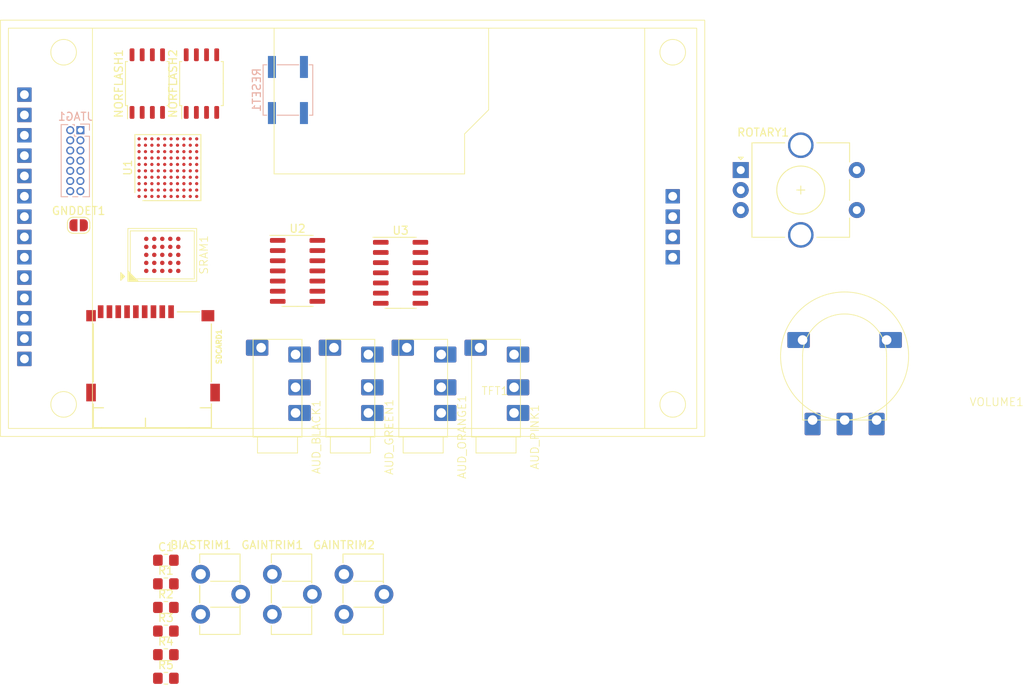
<source format=kicad_pcb>
(kicad_pcb (version 20221018) (generator pcbnew)
  (layers (0 "F.Cu" signal) (31 "B.Cu" signal) (34 "B.Paste" user) (35 "F.Paste" user) (36 "B.SilkS" user "B.Silkscreen") (37 "F.SilkS" user "F.Silkscreen") (38 "B.Mask" user) (39 "F.Mask" user) (44 "Edge.Cuts" user))
  (net 0 "")
  (net 5 "/GRN_R_AUD_OUT")
  (net 6 "GND")
  (net 7 "/GRN_AUD_IN_GND")
  (net 8 "/GRN_MIC_IN")
  (net 17 "/GND_DETECT")
  (net 20 "VDD")
  (net 21 "T_JTMS{slash}T_SWDIO")
  (net 22 "T_JCLK{slash}T_SWCLK")
  (net 23 "T_JTDO{slash}T_SWO")
  (net 24 "T_JRCLK")
  (net 25 "T_JTDI{slash}NC")
  (net 26 "T_NRST")
  (net 27 "T_VCP_RX")
  (net 28 "T_VCP_TX")
  (net 45 "NRST")
  (net 179 "Net-(U2A-INA-)")
  (net 180 "Net-(U2A-INA+)")
  (net 181 "Net-(GAINTRIM1-Pad3)")
  (net 182 "/GRN_L_AUD_OUT")
  (net 194 "+3.3V")
  (net 198 "/mic_aud_conditioning_grn/mic_grn_postamp")
  (net 205 "+BATT")
  (footprint "Resistor_SMD:R_0805_2012Metric_Pad1.20x1.40mm_HandSolder" (layer "F.Cu") (at 126.25 116.05)
    (fp_text reference "R2" (at 0 -1.65) (layer "F.SilkS"))
    (fp_text value "10k")
    (pad "1" smd roundrect (at -1 0) (size 1.2 1.4) (layers "F.Cu" "F.Paste" "F.Mask") (roundrect_rratio 0.208333) (net 180 "Net-(U2A-INA+)"))
    (pad "2" smd roundrect (at 1 0) (size 1.2 1.4) (layers "F.Cu" "F.Paste" "F.Mask") (roundrect_rratio 0.208333) (net 194 "+3.3V"))
  )
  (footprint "Resistor_SMD:R_0805_2012Metric_Pad1.20x1.40mm_HandSolder" (layer "F.Cu") (at 126.25 110.15)
    (fp_text reference "C1" (at 0 -1.65) (layer "F.SilkS"))
    (fp_text value "10u")
    (pad "1" smd roundrect (at -1 0) (size 1.2 1.4) (layers "F.Cu" "F.Paste" "F.Mask") (roundrect_rratio 0.208333) (net 8 "/GRN_MIC_IN"))
    (pad "2" smd roundrect (at 1 0) (size 1.2 1.4) (layers "F.Cu" "F.Paste" "F.Mask") (roundrect_rratio 0.208333) (net 180 "Net-(U2A-INA+)"))
  )
  (footprint "rtospod_footprints:TFBGA-24-P1.0" (layer "F.Cu") (at 125.8 72 90)
    (fp_text reference "SRAM1" (at 0 5.2 90 unlocked) (layer "F.SilkS") (effects (font (thickness 0.1))))
    (fp_text value "~")
    (pad "A1" smd circle (at -2 -2 90) (size 0.55 0.55) (layers "F.Cu" "F.Paste" "F.Mask"))
    (pad "A2" smd circle (at -1 -2 90) (size 0.55 0.55) (layers "F.Cu" "F.Paste" "F.Mask"))
    (pad "A3" smd circle (at 0 -2 90) (size 0.55 0.55) (layers "F.Cu" "F.Paste" "F.Mask"))
    (pad "A4" smd circle (at 1 -2 90) (size 0.55 0.55) (layers "F.Cu" "F.Paste" "F.Mask"))
    (pad "A5" smd circle (at 2 -2 90) (size 0.55 0.55) (layers "F.Cu" "F.Paste" "F.Mask"))
    (pad "B1" smd circle (at -2 -1 90) (size 0.55 0.55) (layers "F.Cu" "F.Paste" "F.Mask"))
    (pad "B2" smd circle (at -1 -1 90) (size 0.55 0.55) (layers "F.Cu" "F.Paste" "F.Mask"))
    (pad "B3" smd circle (at 0 -1 90) (size 0.55 0.55) (layers "F.Cu" "F.Paste" "F.Mask"))
    (pad "B4" smd circle (at 1 -1 90) (size 0.55 0.55) (layers "F.Cu" "F.Paste" "F.Mask"))
    (pad "B5" smd circle (at 2 -1 90) (size 0.55 0.55) (layers "F.Cu" "F.Paste" "F.Mask"))
    (pad "C1" smd circle (at -2 0 90) (size 0.55 0.55) (layers "F.Cu" "F.Paste" "F.Mask"))
    (pad "C2" smd circle (at -1 0 90) (size 0.55 0.55) (layers "F.Cu" "F.Paste" "F.Mask"))
    (pad "C3" smd circle (at 0 0 90) (size 0.55 0.55) (layers "F.Cu" "F.Paste" "F.Mask"))
    (pad "C4" smd circle (at 1 0 90) (size 0.55 0.55) (layers "F.Cu" "F.Paste" "F.Mask"))
    (pad "C5" smd circle (at 2 0 90) (size 0.55 0.55) (layers "F.Cu" "F.Paste" "F.Mask"))
    (pad "D1" smd circle (at -2 1 90) (size 0.55 0.55) (layers "F.Cu" "F.Paste" "F.Mask"))
    (pad "D2" smd circle (at -1 1 90) (size 0.55 0.55) (layers "F.Cu" "F.Paste" "F.Mask"))
    (pad "D3" smd circle (at 0 1 90) (size 0.55 0.55) (layers "F.Cu" "F.Paste" "F.Mask"))
    (pad "D4" smd circle (at 1 1 90) (size 0.55 0.55) (layers "F.Cu" "F.Paste" "F.Mask"))
    (pad "D5" smd circle (at 2 1 90) (size 0.55 0.55) (layers "F.Cu" "F.Paste" "F.Mask"))
    (pad "E1" smd circle (at -2 2 90) (size 0.55 0.55) (layers "F.Cu" "F.Paste" "F.Mask"))
    (pad "E2" smd circle (at -1 2 90) (size 0.55 0.55) (layers "F.Cu" "F.Paste" "F.Mask"))
    (pad "E3" smd circle (at 0 2 90) (size 0.55 0.55) (layers "F.Cu" "F.Paste" "F.Mask"))
    (pad "E4" smd circle (at 1 2 90) (size 0.55 0.55) (layers "F.Cu" "F.Paste" "F.Mask"))
    (pad "E5" smd circle (at 2 2 90) (size 0.55 0.55) (layers "F.Cu" "F.Paste" "F.Mask"))
  )
  (footprint "Resistor_SMD:R_0805_2012Metric_Pad1.20x1.40mm_HandSolder" (layer "F.Cu") (at 126.25 119)
    (fp_text reference "R3" (at 0 -1.65) (layer "F.SilkS"))
    (fp_text value "10k")
    (pad "1" smd roundrect (at -1 0) (size 1.2 1.4) (layers "F.Cu" "F.Paste" "F.Mask") (roundrect_rratio 0.208333) (net 6 "GND"))
    (pad "2" smd roundrect (at 1 0) (size 1.2 1.4) (layers "F.Cu" "F.Paste" "F.Mask") (roundrect_rratio 0.208333) (net 180 "Net-(U2A-INA+)"))
  )
  (footprint "Package_BGA:TFBGA-100_8x8mm_Layout10x10_P0.8mm" (layer "F.Cu") (at 126.5 61.1 90)
    (fp_text reference "U1" (at 0 -5 90) (layer "F.SilkS"))
    (fp_text value "STM32G474VEHx")
    (pad "A1" smd circle (at -3.6 -3.6 90) (size 0.4 0.4) (layers "F.Cu" "F.Paste" "F.Mask"))
    (pad "A2" smd circle (at -2.8 -3.6 90) (size 0.4 0.4) (layers "F.Cu" "F.Paste" "F.Mask"))
    (pad "A3" smd circle (at -2 -3.6 90) (size 0.4 0.4) (layers "F.Cu" "F.Paste" "F.Mask"))
    (pad "A4" smd circle (at -1.2 -3.6 90) (size 0.4 0.4) (layers "F.Cu" "F.Paste" "F.Mask"))
    (pad "A5" smd circle (at -0.4 -3.6 90) (size 0.4 0.4) (layers "F.Cu" "F.Paste" "F.Mask") (net 23 "T_JTDO{slash}T_SWO"))
    (pad "A6" smd circle (at 0.4 -3.6 90) (size 0.4 0.4) (layers "F.Cu" "F.Paste" "F.Mask"))
    (pad "A7" smd circle (at 1.2 -3.6 90) (size 0.4 0.4) (layers "F.Cu" "F.Paste" "F.Mask"))
    (pad "A8" smd circle (at 2 -3.6 90) (size 0.4 0.4) (layers "F.Cu" "F.Paste" "F.Mask"))
    (pad "A9" smd circle (at 2.8 -3.6 90) (size 0.4 0.4) (layers "F.Cu" "F.Paste" "F.Mask"))
    (pad "A10" smd circle (at 3.6 -3.6 90) (size 0.4 0.4) (layers "F.Cu" "F.Paste" "F.Mask") (net 27 "T_VCP_RX"))
    (pad "B1" smd circle (at -3.6 -2.8 90) (size 0.4 0.4) (layers "F.Cu" "F.Paste" "F.Mask"))
    (pad "B2" smd circle (at -2.8 -2.8 90) (size 0.4 0.4) (layers "F.Cu" "F.Paste" "F.Mask"))
    (pad "B3" smd circle (at -2 -2.8 90) (size 0.4 0.4) (layers "F.Cu" "F.Paste" "F.Mask"))
    (pad "B4" smd circle (at -1.2 -2.8 90) (size 0.4 0.4) (layers "F.Cu" "F.Paste" "F.Mask"))
    (pad "B5" smd circle (at -0.4 -2.8 90) (size 0.4 0.4) (layers "F.Cu" "F.Paste" "F.Mask"))
    (pad "B6" smd circle (at 0.4 -2.8 90) (size 0.4 0.4) (layers "F.Cu" "F.Paste" "F.Mask"))
    (pad "B7" smd circle (at 1.2 -2.8 90) (size 0.4 0.4) (layers "F.Cu" "F.Paste" "F.Mask") (net 28 "T_VCP_TX"))
    (pad "B8" smd circle (at 2 -2.8 90) (size 0.4 0.4) (layers "F.Cu" "F.Paste" "F.Mask"))
    (pad "B9" smd circle (at 2.8 -2.8 90) (size 0.4 0.4) (layers "F.Cu" "F.Paste" "F.Mask") (net 25 "T_JTDI{slash}NC"))
    (pad "B10" smd circle (at 3.6 -2.8 90) (size 0.4 0.4) (layers "F.Cu" "F.Paste" "F.Mask") (net 22 "T_JCLK{slash}T_SWCLK"))
    (pad "C1" smd circle (at -3.6 -2 90) (size 0.4 0.4) (layers "F.Cu" "F.Paste" "F.Mask"))
    (pad "C2" smd circle (at -2.8 -2 90) (size 0.4 0.4) (layers "F.Cu" "F.Paste" "F.Mask"))
    (pad "C3" smd circle (at -2 -2 90) (size 0.4 0.4) (layers "F.Cu" "F.Paste" "F.Mask"))
    (pad "C4" smd circle (at -1.2 -2 90) (size 0.4 0.4) (layers "F.Cu" "F.Paste" "F.Mask"))
    (pad "C5" smd circle (at -0.4 -2 90) (size 0.4 0.4) (layers "F.Cu" "F.Paste" "F.Mask") (net 26 "T_NRST"))
    (pad "C6" smd circle (at 0.4 -2 90) (size 0.4 0.4) (layers "F.Cu" "F.Paste" "F.Mask"))
    (pad "C7" smd circle (at 1.2 -2 90) (size 0.4 0.4) (layers "F.Cu" "F.Paste" "F.Mask"))
    (pad "C8" smd circle (at 2 -2 90) (size 0.4 0.4) (layers "F.Cu" "F.Paste" "F.Mask"))
    (pad "C9" smd circle (at 2.8 -2 90) (size 0.4 0.4) (layers "F.Cu" "F.Paste" "F.Mask"))
    (pad "C10" smd circle (at 3.6 -2 90) (size 0.4 0.4) (layers "F.Cu" "F.Paste" "F.Mask"))
    (pad "D1" smd circle (at -3.6 -1.2 90) (size 0.4 0.4) (layers "F.Cu" "F.Paste" "F.Mask"))
    (pad "D2" smd circle (at -2.8 -1.2 90) (size 0.4 0.4) (layers "F.Cu" "F.Paste" "F.Mask") (net 6 "GND"))
    (pad "D3" smd circle (at -2 -1.2 90) (size 0.4 0.4) (layers "F.Cu" "F.Paste" "F.Mask") (net 20 "VDD"))
    (pad "D4" smd circle (at -1.2 -1.2 90) (size 0.4 0.4) (layers "F.Cu" "F.Paste" "F.Mask"))
    (pad "D5" smd circle (at -0.4 -1.2 90) (size 0.4 0.4) (layers "F.Cu" "F.Paste" "F.Mask") (net 20 "VDD"))
    (pad "D6" smd circle (at 0.4 -1.2 90) (size 0.4 0.4) (layers "F.Cu" "F.Paste" "F.Mask") (net 6 "GND"))
    (pad "D7" smd circle (at 1.2 -1.2 90) (size 0.4 0.4) (layers "F.Cu" "F.Paste" "F.Mask") (net 20 "VDD"))
    (pad "D8" smd circle (at 2 -1.2 90) (size 0.4 0.4) (layers "F.Cu" "F.Paste" "F.Mask") (net 21 "T_JTMS{slash}T_SWDIO"))
    (pad "D9" smd circle (at 2.8 -1.2 90) (size 0.4 0.4) (layers "F.Cu" "F.Paste" "F.Mask"))
    (pad "D10" smd circle (at 3.6 -1.2 90) (size 0.4 0.4) (layers "F.Cu" "F.Paste" "F.Mask"))
    (pad "E1" smd circle (at -3.6 -0.4 90) (size 0.4 0.4) (layers "F.Cu" "F.Paste" "F.Mask"))
    (pad "E2" smd circle (at -2.8 -0.4 90) (size 0.4 0.4) (layers "F.Cu" "F.Paste" "F.Mask"))
    (pad "E3" smd circle (at -2 -0.4 90) (size 0.4 0.4) (layers "F.Cu" "F.Paste" "F.Mask"))
    (pad "E4" smd circle (at -1.2 -0.4 90) (size 0.4 0.4) (layers "F.Cu" "F.Paste" "F.Mask"))
    (pad "E5" smd circle (at -0.4 -0.4 90) (size 0.4 0.4) (layers "F.Cu" "F.Paste" "F.Mask") (net 6 "GND"))
    (pad "E6" smd circle (at 0.4 -0.4 90) (size 0.4 0.4) (layers "F.Cu" "F.Paste" "F.Mask") (net 6 "GND"))
    (pad "E7" smd circle (at 1.2 -0.4 90) (size 0.4 0.4) (layers "F.Cu" "F.Paste" "F.Mask") (net 6 "GND"))
    (pad "E8" smd circle (at 2 -0.4 90) (size 0.4 0.4) (layers "F.Cu" "F.Paste" "F.Mask"))
    (pad "E9" smd circle (at 2.8 -0.4 90) (size 0.4 0.4) (layers "F.Cu" "F.Paste" "F.Mask"))
    (pad "E10" smd circle (at 3.6 -0.4 90) (size 0.4 0.4) (layers "F.Cu" "F.Paste" "F.Mask"))
    (pad "F1" smd circle (at -3.6 0.4 90) (size 0.4 0.4) (layers "F.Cu" "F.Paste" "F.Mask"))
    (pad "F2" smd circle (at -2.8 0.4 90) (size 0.4 0.4) (layers "F.Cu" "F.Paste" "F.Mask"))
    (pad "F3" smd circle (at -2 0.4 90) (size 0.4 0.4) (layers "F.Cu" "F.Paste" "F.Mask") (net 45 "NRST"))
    (pad "F4" smd circle (at -1.2 0.4 90) (size 0.4 0.4) (layers "F.Cu" "F.Paste" "F.Mask"))
    (pad "F5" smd circle (at -0.4 0.4 90) (size 0.4 0.4) (layers "F.Cu" "F.Paste" "F.Mask") (net 20 "VDD"))
    (pad "F6" smd circle (at 0.4 0.4 90) (size 0.4 0.4) (layers "F.Cu" "F.Paste" "F.Mask") (net 6 "GND"))
    (pad "F7" smd circle (at 1.2 0.4 90) (size 0.4 0.4) (layers "F.Cu" "F.Paste" "F.Mask") (net 20 "VDD"))
    (pad "F8" smd circle (at 2 0.4 90) (size 0.4 0.4) (layers "F.Cu" "F.Paste" "F.Mask"))
    (pad "F9" smd circle (at 2.8 0.4 90) (size 0.4 0.4) (layers "F.Cu" "F.Paste" "F.Mask"))
    (pad "F10" smd circle (at 3.6 0.4 90) (size 0.4 0.4) (layers "F.Cu" "F.Paste" "F.Mask"))
    (pad "G1" smd circle (at -3.6 1.2 90) (size 0.4 0.4) (layers "F.Cu" "F.Paste" "F.Mask"))
    (pad "G2" smd circle (at -2.8 1.2 90) (size 0.4 0.4) (layers "F.Cu" "F.Paste" "F.Mask"))
    (pad "G3" smd circle (at -2 1.2 90) (size 0.4 0.4) (layers "F.Cu" "F.Paste" "F.Mask"))
    (pad "G4" smd circle (at -1.2 1.2 90) (size 0.4 0.4) (layers "F.Cu" "F.Paste" "F.Mask"))
    (pad "G5" smd circle (at -0.4 1.2 90) (size 0.4 0.4) (layers "F.Cu" "F.Paste" "F.Mask"))
    (pad "G6" smd circle (at 0.4 1.2 90) (size 0.4 0.4) (layers "F.Cu" "F.Paste" "F.Mask"))
    (pad "G7" smd circle (at 1.2 1.2 90) (size 0.4 0.4) (layers "F.Cu" "F.Paste" "F.Mask"))
    (pad "G8" smd circle (at 2 1.2 90) (size 0.4 0.4) (layers "F.Cu" "F.Paste" "F.Mask"))
    (pad "G9" smd circle (at 2.8 1.2 90) (size 0.4 0.4) (layers "F.Cu" "F.Paste" "F.Mask"))
    (pad "G10" smd circle (at 3.6 1.2 90) (size 0.4 0.4) (layers "F.Cu" "F.Paste" "F.Mask"))
    (pad "H1" smd circle (at -3.6 2 90) (size 0.4 0.4) (layers "F.Cu" "F.Paste" "F.Mask"))
    (pad "H2" smd circle (at -2.8 2 90) (size 0.4 0.4) (layers "F.Cu" "F.Paste" "F.Mask"))
    (pad "H3" smd circle (at -2 2 90) (size 0.4 0.4) (layers "F.Cu" "F.Paste" "F.Mask"))
    (pad "H4" smd circle (at -1.2 2 90) (size 0.4 0.4) (layers "F.Cu" "F.Paste" "F.Mask"))
    (pad "H5" smd circle (at -0.4 2 90) (size 0.4 0.4) (layers "F.Cu" "F.Paste" "F.Mask"))
    (pad "H6" smd circle (at 0.4 2 90) (size 0.4 0.4) (layers "F.Cu" "F.Paste" "F.Mask"))
    (pad "H7" smd circle (at 1.2 2 90) (size 0.4 0.4) (layers "F.Cu" "F.Paste" "F.Mask"))
    (pad "H8" smd circle (at 2 2 90) (size 0.4 0.4) (layers "F.Cu" "F.Paste" "F.Mask"))
    (pad "H9" smd circle (at 2.8 2 90) (size 0.4 0.4) (layers "F.Cu" "F.Paste" "F.Mask"))
    (pad "H10" smd circle (at 3.6 2 90) (size 0.4 0.4) (layers "F.Cu" "F.Paste" "F.Mask"))
    (pad "J1" smd circle (at -3.6 2.8 90) (size 0.4 0.4) (layers "F.Cu" "F.Paste" "F.Mask"))
    (pad "J2" smd circle (at -2.8 2.8 90) (size 0.4 0.4) (layers "F.Cu" "F.Paste" "F.Mask"))
    (pad "J3" smd circle (at -2 2.8 90) (size 0.4 0.4) (layers "F.Cu" "F.Paste" "F.Mask"))
    (pad "J4" smd circle (at -1.2 2.8 90) (size 0.4 0.4) (layers "F.Cu" "F.Paste" "F.Mask"))
    (pad "J5" smd circle (at -0.4 2.8 90) (size 0.4 0.4) (layers "F.Cu" "F.Paste" "F.Mask") (net 20 "VDD"))
    (pad "J6" smd circle (at 0.4 2.8 90) (size 0.4 0.4) (layers "F.Cu" "F.Paste" "F.Mask"))
    (pad "J7" smd circle (at 1.2 2.8 90) (size 0.4 0.4) (layers "F.Cu" "F.Paste" "F.Mask"))
    (pad "J8" smd circle (at 2 2.8 90) (size 0.4 0.4) (layers "F.Cu" "F.Paste" "F.Mask"))
    (pad "J9" smd circle (at 2.8 2.8 90) (size 0.4 0.4) (layers "F.Cu" "F.Paste" "F.Mask"))
    (pad "J10" smd circle (at 3.6 2.8 90) (size 0.4 0.4) (layers "F.Cu" "F.Paste" "F.Mask"))
    (pad "K1" smd circle (at -3.6 3.6 90) (size 0.4 0.4) (layers "F.Cu" "F.Paste" "F.Mask"))
    (pad "K2" smd circle (at -2.8 3.6 90) (size 0.4 0.4) (layers "F.Cu" "F.Paste" "F.Mask"))
    (pad "K3" smd circle (at -2 3.6 90) (size 0.4 0.4) (layers "F.Cu" "F.Paste" "F.Mask"))
    (pad "K4" smd circle (at -1.2 3.6 90) (size 0.4 0.4) (layers "F.Cu" "F.Paste" "F.Mask") (net 6 "GND"))
    (pad "K5" smd circle (at -0.4 3.6 90) (size 0.4 0.4) (layers "F.Cu" "F.Paste" "F.Mask"))
    (pad "K6" smd circle (at 0.4 3.6 90) (size 0.4 0.4) (layers "F.Cu" "F.Paste" "F.Mask"))
    (pad "K7" smd circle (at 1.2 3.6 90) (size 0.4 0.4) (layers "F.Cu" "F.Paste" "F.Mask"))
    (pad "K8" smd circle (at 2 3.6 90) (size 0.4 0.4) (layers "F.Cu" "F.Paste" "F.Mask"))
    (pad "K9" smd circle (at 2.8 3.6 90) (size 0.4 0.4) (layers "F.Cu" "F.Paste" "F.Mask"))
    (pad "K10" smd circle (at 3.6 3.6 90) (size 0.4 0.4) (layers "F.Cu" "F.Paste" "F.Mask"))
  )
  (footprint "rtospod_footprints:TRRS_JACK_3.5mm" (layer "F.Cu") (at 164.45 94.75 90)
    (fp_text reference "AUD_PINK1" (at 0 7.9 90 unlocked) (layer "F.SilkS") (effects (font (thickness 0.1))))
    (fp_text value "~")
    (pad "" np_thru_hole circle (at 1.65 3.05 90) (size 0.85 0.85) (drill 0.85) (layers "F&B.Cu" "*.Mask"))
    (pad "" np_thru_hole circle (at 8.65 3.05 90) (size 0.85 0.85) (drill 0.85) (layers "F&B.Cu" "*.Mask"))
    (pad "R1" thru_hole roundrect (at 6.2 5.3 270) (size 2 2.8) (drill 1.2 (offset 0 -0.5)) (layers "*.Cu" "*.Mask") (roundrect_rratio 0.1))
    (pad "R2" thru_hole roundrect (at 3 5.3 270) (size 2 2.8) (drill 1.2 (offset 0 -0.5)) (layers "*.Cu" "*.Mask") (roundrect_rratio 0.1))
    (pad "S" thru_hole roundrect (at 11.15 1 90) (size 2 2.8) (drill 1.2 (offset 0 -0.5)) (layers "*.Cu" "*.Mask") (roundrect_rratio 0.1))
    (pad "T" thru_hole roundrect (at 10.3 5.3 270) (size 2 2.8) (drill 1.2 (offset 0 -0.5)) (layers "*.Cu" "*.Mask") (roundrect_rratio 0.1))
  )
  (footprint "rtospod_footprints:J_SD_Card-micro_socket_A" (layer "F.Cu") (at 123.684968 86.121855 180)
    (fp_text reference "SDCARD1" (at -9.201432 2.644855 90) (layer "F.SilkS") (effects (font (size 0.64 0.64))))
    (fp_text value "~" hide)
    (pad "" np_thru_hole circle (at -4.015032 -3.478145 180) (size 0.9 0.9) (drill 0.9) (layers "*.Cu" "*.Mask"))
    (pad "" np_thru_hole circle (at 3.984968 -3.478145 180) (size 0.9 0.9) (drill 0.9) (layers "*.Cu" "*.Mask"))
    (pad "1" smd rect (at -3.215032 7.021855 180) (size 0.7 1.6) (layers "F.Cu" "F.Paste" "F.Mask"))
    (pad "2" smd rect (at -2.115032 7.021855 180) (size 0.7 1.6) (layers "F.Cu" "F.Paste" "F.Mask"))
    (pad "3" smd rect (at -1.015032 7.021855 180) (size 0.7 1.6) (layers "F.Cu" "F.Paste" "F.Mask"))
    (pad "4" smd rect (at 0.084968 7.021855 180) (size 0.7 1.6) (layers "F.Cu" "F.Paste" "F.Mask"))
    (pad "5" smd rect (at 1.184968 7.021855 180) (size 0.7 1.6) (layers "F.Cu" "F.Paste" "F.Mask"))
    (pad "6" smd rect (at 2.284968 7.021855 180) (size 0.7 1.6) (layers "F.Cu" "F.Paste" "F.Mask"))
    (pad "7" smd rect (at 3.384968 7.021855 180) (size 0.7 1.6) (layers "F.Cu" "F.Paste" "F.Mask"))
    (pad "8" smd rect (at 4.484968 7.021855 180) (size 0.7 1.6) (layers "F.Cu" "F.Paste" "F.Mask"))
    (pad "9" smd rect (at 5.584968 7.021855 180) (size 0.7 1.6) (layers "F.Cu" "F.Paste" "F.Mask"))
    (pad "SH" smd rect (at -8.715032 -3.078145 180) (size 1.2 2.2) (layers "F.Cu" "F.Paste" "F.Mask"))
    (pad "SH" smd rect (at -7.815032 6.521855 180) (size 1.6 1.4) (layers "F.Cu" "F.Paste" "F.Mask"))
    (pad "SH" smd rect (at 6.784968 -3.078145 180) (size 1.2 2.2) (layers "F.Cu" "F.Paste" "F.Mask"))
    (pad "SH" smd rect (at 6.784968 6.521855 180) (size 1.2 1.4) (layers "F.Cu" "F.Paste" "F.Mask"))
  )
  (footprint "Potentiometer_THT:Potentiometer_ACP_CA9-H5_Horizontal" (layer "F.Cu") (at 139.55 111.9)
    (fp_text reference "GAINTRIM1" (at 0 -3.65) (layer "F.SilkS"))
    (fp_text value "10k")
    (pad "1" thru_hole circle (at 0 0) (size 2.34 2.34) (drill 1.3) (layers "*.Cu" "*.Mask") (net 179 "Net-(U2A-INA-)"))
    (pad "2" thru_hole circle (at 5 2.5) (size 2.34 2.34) (drill 1.3) (layers "*.Cu" "*.Mask") (net 179 "Net-(U2A-INA-)"))
    (pad "3" thru_hole circle (at 0 5) (size 2.34 2.34) (drill 1.3) (layers "*.Cu" "*.Mask") (net 181 "Net-(GAINTRIM1-Pad3)"))
  )
  (footprint "rtospod_footprints:CIRCULAR_POT" (layer "F.Cu") (at 211.05 84.635)
    (fp_text reference "VOLUME1" (at 19 5.75 unlocked) (layer "F.SilkS") (effects (font (thickness 0.1))))
    (fp_text value "R_Potentiometer")
    (pad "1" thru_hole roundrect (at -4 8 180) (size 2 2.8) (drill 1.2 (offset 0 -0.5)) (layers "*.Cu" "*.Mask") (roundrect_rratio 0.1))
    (pad "2" thru_hole roundrect (at 0 8 180) (size 2 2.8) (drill 1.2 (offset 0 -0.5)) (layers "*.Cu" "*.Mask") (roundrect_rratio 0.1))
    (pad "3" thru_hole roundrect (at 4 8 180) (size 2 2.8) (drill 1.2 (offset 0 -0.5)) (layers "*.Cu" "*.Mask") (roundrect_rratio 0.1))
    (pad "body" thru_hole roundrect (at -5.25 -2 90) (size 2 2.8) (drill 1.2 (offset 0 -0.5)) (layers "*.Cu" "*.Mask") (roundrect_rratio 0.1))
    (pad "body" thru_hole roundrect (at 5.25 -2 270) (size 2 2.8) (drill 1.2 (offset 0 -0.5)) (layers "*.Cu" "*.Mask") (roundrect_rratio 0.1))
  )
  (footprint "Package_SO:SOIC-14_3.9x8.7mm_P1.27mm" (layer "F.Cu") (at 155.575 74.24)
    (fp_text reference "U3" (at 0 -5.28) (layer "F.SilkS"))
    (fp_text value "~")
    (pad "1" smd roundrect (at -2.475 -3.81) (size 1.95 0.6) (layers "F.Cu" "F.Paste" "F.Mask"))
    (pad "2" smd roundrect (at -2.475 -2.54) (size 1.95 0.6) (layers "F.Cu" "F.Paste" "F.Mask"))
    (pad "3" smd roundrect (at -2.475 -1.27) (size 1.95 0.6) (layers "F.Cu" "F.Paste" "F.Mask"))
    (pad "4" smd roundrect (at -2.475 0) (size 1.95 0.6) (layers "F.Cu" "F.Paste" "F.Mask") (net 205 "+BATT"))
    (pad "5" smd roundrect (at -2.475 1.27) (size 1.95 0.6) (layers "F.Cu" "F.Paste" "F.Mask"))
    (pad "6" smd roundrect (at -2.475 2.54) (size 1.95 0.6) (layers "F.Cu" "F.Paste" "F.Mask"))
    (pad "7" smd roundrect (at -2.475 3.81) (size 1.95 0.6) (layers "F.Cu" "F.Paste" "F.Mask"))
    (pad "8" smd roundrect (at 2.475 3.81) (size 1.95 0.6) (layers "F.Cu" "F.Paste" "F.Mask"))
    (pad "9" smd roundrect (at 2.475 2.54) (size 1.95 0.6) (layers "F.Cu" "F.Paste" "F.Mask"))
    (pad "10" smd roundrect (at 2.475 1.27) (size 1.95 0.6) (layers "F.Cu" "F.Paste" "F.Mask"))
    (pad "11" smd roundrect (at 2.475 0) (size 1.95 0.6) (layers "F.Cu" "F.Paste" "F.Mask") (net 6 "GND"))
    (pad "12" smd roundrect (at 2.475 -1.27) (size 1.95 0.6) (layers "F.Cu" "F.Paste" "F.Mask"))
    (pad "13" smd roundrect (at 2.475 -2.54) (size 1.95 0.6) (layers "F.Cu" "F.Paste" "F.Mask"))
    (pad "14" smd roundrect (at 2.475 -3.81) (size 1.95 0.6) (layers "F.Cu" "F.Paste" "F.Mask"))
  )
  (footprint "Potentiometer_THT:Potentiometer_ACP_CA9-H5_Horizontal" (layer "F.Cu") (at 130.6 111.9)
    (fp_text reference "BIASTRIM1" (at 0 -3.65) (layer "F.SilkS"))
    (fp_text value "5k")
    (pad "1" thru_hole circle (at 0 0) (size 2.34 2.34) (drill 1.3) (layers "*.Cu" "*.Mask") (net 6 "GND"))
    (pad "2" thru_hole circle (at 5 2.5) (size 2.34 2.34) (drill 1.3) (layers "*.Cu" "*.Mask") (net 179 "Net-(U2A-INA-)"))
    (pad "3" thru_hole circle (at 0 5) (size 2.34 2.34) (drill 1.3) (layers "*.Cu" "*.Mask") (net 179 "Net-(U2A-INA-)"))
  )
  (footprint "Resistor_SMD:R_0805_2012Metric_Pad1.20x1.40mm_HandSolder" (layer "F.Cu") (at 126.25 121.95)
    (fp_text reference "R4" (at 0 -1.65) (layer "F.SilkS"))
    (fp_text value "10k")
    (pad "1" smd roundrect (at -1 0) (size 1.2 1.4) (layers "F.Cu" "F.Paste" "F.Mask") (roundrect_rratio 0.208333) (net 194 "+3.3V"))
    (pad "2" smd roundrect (at 1 0) (size 1.2 1.4) (layers "F.Cu" "F.Paste" "F.Mask") (roundrect_rratio 0.208333) (net 8 "/GRN_MIC_IN"))
  )
  (footprint "Resistor_SMD:R_0805_2012Metric_Pad1.20x1.40mm_HandSolder" (layer "F.Cu") (at 126.25 113.1)
    (fp_text reference "R1" (at 0 -1.65) (layer "F.SilkS"))
    (fp_text value "1k")
    (pad "1" smd roundrect (at -1 0) (size 1.2 1.4) (layers "F.Cu" "F.Paste" "F.Mask") (roundrect_rratio 0.208333) (net 6 "GND"))
    (pad "2" smd roundrect (at 1 0) (size 1.2 1.4) (layers "F.Cu" "F.Paste" "F.Mask") (roundrect_rratio 0.208333) (net 179 "Net-(U2A-INA-)"))
  )
  (footprint "Resistor_SMD:R_0805_2012Metric_Pad1.20x1.40mm_HandSolder" (layer "F.Cu") (at 126.25 124.9)
    (fp_text reference "R5" (at 0 -1.65) (layer "F.SilkS"))
    (fp_text value "10k")
    (pad "1" smd roundrect (at -1 0) (size 1.2 1.4) (layers "F.Cu" "F.Paste" "F.Mask") (roundrect_rratio 0.208333) (net 8 "/GRN_MIC_IN"))
    (pad "2" smd roundrect (at 1 0) (size 1.2 1.4) (layers "F.Cu" "F.Paste" "F.Mask") (roundrect_rratio 0.208333) (net 6 "GND"))
  )
  (footprint "rtospod_footprints:TRRS_JACK_3.5mm" (layer "F.Cu") (at 146.25 94.75 90)
    (fp_text reference "AUD_GREEN1" (at 0 7.9 90 unlocked) (layer "F.SilkS") (effects (font (thickness 0.1))))
    (fp_text value "~")
    (pad "" np_thru_hole circle (at 1.65 3.05 90) (size 0.85 0.85) (drill 0.85) (layers "F&B.Cu" "*.Mask"))
    (pad "" np_thru_hole circle (at 8.65 3.05 90) (size 0.85 0.85) (drill 0.85) (layers "F&B.Cu" "*.Mask"))
    (pad "R1" thru_hole roundrect (at 6.2 5.3 270) (size 2 2.8) (drill 1.2 (offset 0 -0.5)) (layers "*.Cu" "*.Mask") (roundrect_rratio 0.1) (net 5 "/GRN_R_AUD_OUT"))
    (pad "R2" thru_hole roundrect (at 3 5.3 270) (size 2 2.8) (drill 1.2 (offset 0 -0.5)) (layers "*.Cu" "*.Mask") (roundrect_rratio 0.1) (net 7 "/GRN_AUD_IN_GND"))
    (pad "S" thru_hole roundrect (at 11.15 1 90) (size 2 2.8) (drill 1.2 (offset 0 -0.5)) (layers "*.Cu" "*.Mask") (roundrect_rratio 0.1) (net 8 "/GRN_MIC_IN"))
    (pad "T" thru_hole roundrect (at 10.3 5.3 270) (size 2 2.8) (drill 1.2 (offset 0 -0.5)) (layers "*.Cu" "*.Mask") (roundrect_rratio 0.1) (net 182 "/GRN_L_AUD_OUT"))
  )
  (footprint "Rotary_Encoder:RotaryEncoder_Alps_EC11E-Switch_Vertical_H20mm_CircularMountingHoles" (layer "F.Cu") (at 198.075 61.4)
    (fp_text reference "ROTARY1" (at 2.8 -4.7) (layer "F.SilkS"))
    (fp_text value "RotaryEncoder_Switch")
    (pad "A" thru_hole rect (at 0 0) (size 2 2) (drill 1) (layers "*.Cu" "*.Mask"))
    (pad "B" thru_hole circle (at 0 5) (size 2 2) (drill 1) (layers "*.Cu" "*.Mask"))
    (pad "C" thru_hole circle (at 0 2.5) (size 2 2) (drill 1) (layers "*.Cu" "*.Mask"))
    (pad "MP" thru_hole circle (at 7.5 -3.1) (size 3.2 3.2) (drill 2.6) (layers "*.Cu" "*.Mask"))
    (pad "MP" thru_hole circle (at 7.5 8.1) (size 3.2 3.2) (drill 2.6) (layers "*.Cu" "*.Mask"))
    (pad "S1" thru_hole circle (at 14.5 5) (size 2 2) (drill 1) (layers "*.Cu" "*.Mask"))
    (pad "S2" thru_hole circle (at 14.5 0) (size 2 2) (drill 1) (layers "*.Cu" "*.Mask"))
  )
  (footprint "Package_SO:SOP-8_5.28x5.23mm_P1.27mm" (layer "F.Cu") (at 130.695 50.6 90)
    (fp_text reference "NORFLASH2" (at 0 -3.56 90) (layer "F.SilkS"))
    (fp_text value "~")
    (pad "1" smd roundrect (at -3.6 -1.905 90) (size 1.6 0.6) (layers "F.Cu" "F.Paste" "F.Mask"))
    (pad "2" smd roundrect (at -3.6 -0.635 90) (size 1.6 0.6) (layers "F.Cu" "F.Paste" "F.Mask"))
    (pad "3" smd roundrect (at -3.6 0.635 90) (size 1.6 0.6) (layers "F.Cu" "F.Paste" "F.Mask"))
    (pad "4" smd roundrect (at -3.6 1.905 90) (size 1.6 0.6) (layers "F.Cu" "F.Paste" "F.Mask"))
    (pad "5" smd roundrect (at 3.6 1.905 90) (size 1.6 0.6) (layers "F.Cu" "F.Paste" "F.Mask"))
    (pad "6" smd roundrect (at 3.6 0.635 90) (size 1.6 0.6) (layers "F.Cu" "F.Paste" "F.Mask"))
    (pad "7" smd roundrect (at 3.6 -0.635 90) (size 1.6 0.6) (layers "F.Cu" "F.Paste" "F.Mask"))
    (pad "8" smd roundrect (at 3.6 -1.905 90) (size 1.6 0.6) (layers "F.Cu" "F.Paste" "F.Mask"))
  )
  (footprint "rtospod_footprints:TRRS_JACK_3.5mm" (layer "F.Cu") (at 137.15 94.75 90)
    (fp_text reference "AUD_BLACK1" (at 0 7.9 90 unlocked) (layer "F.SilkS") (effects (font (thickness 0.1))))
    (fp_text value "~")
    (pad "" np_thru_hole circle (at 1.65 3.05 90) (size 0.85 0.85) (drill 0.85) (layers "F&B.Cu" "*.Mask"))
    (pad "" np_thru_hole circle (at 8.65 3.05 90) (size 0.85 0.85) (drill 0.85) (layers "F&B.Cu" "*.Mask"))
    (pad "R1" thru_hole roundrect (at 6.2 5.3 270) (size 2 2.8) (drill 1.2 (offset 0 -0.5)) (layers "*.Cu" "*.Mask") (roundrect_rratio 0.1))
    (pad "R2" thru_hole roundrect (at 3 5.3 270) (size 2 2.8) (drill 1.2 (offset 0 -0.5)) (layers "*.Cu" "*.Mask") (roundrect_rratio 0.1))
    (pad "S" thru_hole roundrect (at 11.15 1 90) (size 2 2.8) (drill 1.2 (offset 0 -0.5)) (layers "*.Cu" "*.Mask") (roundrect_rratio 0.1))
    (pad "T" thru_hole roundrect (at 10.3 5.3 270) (size 2 2.8) (drill 1.2 (offset 0 -0.5)) (layers "*.Cu" "*.Mask") (roundrect_rratio 0.1))
  )
  (footprint "Potentiometer_THT:Potentiometer_ACP_CA9-H5_Horizontal" (layer "F.Cu") (at 148.5 111.9)
    (fp_text reference "GAINTRIM2" (at 0 -3.65) (layer "F.SilkS"))
    (fp_text value "10k")
    (pad "1" thru_hole circle (at 0 0) (size 2.34 2.34) (drill 1.3) (layers "*.Cu" "*.Mask") (net 181 "Net-(GAINTRIM1-Pad3)"))
    (pad "2" thru_hole circle (at 5 2.5) (size 2.34 2.34) (drill 1.3) (layers "*.Cu" "*.Mask") (net 181 "Net-(GAINTRIM1-Pad3)"))
    (pad "3" thru_hole circle (at 0 5) (size 2.34 2.34) (drill 1.3) (layers "*.Cu" "*.Mask") (net 198 "/mic_aud_conditioning_grn/mic_grn_postamp"))
  )
  (footprint "Jumper:SolderJumper-2_P1.3mm_Open_RoundedPad1.0x1.5mm" (layer "F.Cu") (at 115.35 68.3)
    (fp_text reference "GNDDET1" (at 0 -1.8) (layer "F.SilkS"))
    (fp_text value "SolderJumper_2_Open")
    (pad "1" smd custom (at -0.65 0) (size 1 0.5) (layers "F.Cu" "F.Mask") (net 6 "GND") (options (clearance outline) (anchor rect)) (primitives (gr_circle (center 0 0.25) (end 0.5 0.25) (width 0) (fill yes)) (gr_circle (center 0 -0.25) (end 0.5 -0.25) (width 0) (fill yes)) (gr_poly (pts (xy 0.5 0.75) (xy 0 0.75) (xy 0 -0.75) (xy 0.5 -0.75)) (width 0) (fill yes))))
    (pad "2" smd custom (at 0.65 0) (size 1 0.5) (layers "F.Cu" "F.Mask") (net 17 "/GND_DETECT") (options (clearance outline) (anchor rect)) (primitives (gr_circle (center 0 0.25) (end 0.5 0.25) (width 0) (fill yes)) (gr_circle (center 0 -0.25) (end 0.5 -0.25) (width 0) (fill yes)) (gr_poly (pts (xy 0 0.75) (xy -0.5 0.75) (xy -0.5 -0.75) (xy 0 -0.75)) (width 0) (fill yes))))
  )
  (footprint "rtospod_footprints:TRRS_JACK_3.5mm" (layer "F.Cu") (at 155.35 94.75 90)
    (fp_text reference "AUD_ORANGE1" (at 0 7.9 90 unlocked) (layer "F.SilkS") (effects (font (thickness 0.1))))
    (fp_text value "~")
    (pad "" np_thru_hole circle (at 1.65 3.05 90) (size 0.85 0.85) (drill 0.85) (layers "F&B.Cu" "*.Mask"))
    (pad "" np_thru_hole circle (at 8.65 3.05 90) (size 0.85 0.85) (drill 0.85) (layers "F&B.Cu" "*.Mask"))
    (pad "R1" thru_hole roundrect (at 6.2 5.3 270) (size 2 2.8) (drill 1.2 (offset 0 -0.5)) (layers "*.Cu" "*.Mask") (roundrect_rratio 0.1))
    (pad "R2" thru_hole roundrect (at 3 5.3 270) (size 2 2.8) (drill 1.2 (offset 0 -0.5)) (layers "*.Cu" "*.Mask") (roundrect_rratio 0.1))
    (pad "S" thru_hole roundrect (at 11.15 1 90) (size 2 2.8) (drill 1.2 (offset 0 -0.5)) (layers "*.Cu" "*.Mask") (roundrect_rratio 0.1))
    (pad "T" thru_hole roundrect (at 10.3 5.3 270) (size 2 2.8) (drill 1.2 (offset 0 -0.5)) (layers "*.Cu" "*.Mask") (roundrect_rratio 0.1))
  )
  (footprint "Package_SO:SOP-8_5.28x5.23mm_P1.27mm" (layer "F.Cu") (at 123.925 50.6 90)
    (fp_text reference "NORFLASH1" (at 0 -3.56 90) (layer "F.SilkS"))
    (fp_text value "~")
    (pad "1" smd roundrect (at -3.6 -1.905 90) (size 1.6 0.6) (layers "F.Cu" "F.Paste" "F.Mask"))
    (pad "2" smd roundrect (at -3.6 -0.635 90) (size 1.6 0.6) (layers "F.Cu" "F.Paste" "F.Mask"))
    (pad "3" smd roundrect (at -3.6 0.635 90) (size 1.6 0.6) (layers "F.Cu" "F.Paste" "F.Mask"))
    (pad "4" smd roundrect (at -3.6 1.905 90) (size 1.6 0.6) (layers "F.Cu" "F.Paste" "F.Mask"))
    (pad "5" smd roundrect (at 3.6 1.905 90) (size 1.6 0.6) (layers "F.Cu" "F.Paste" "F.Mask"))
    (pad "6" smd roundrect (at 3.6 0.635 90) (size 1.6 0.6) (layers "F.Cu" "F.Paste" "F.Mask"))
    (pad "7" smd roundrect (at 3.6 -0.635 90) (size 1.6 0.6) (layers "F.Cu" "F.Paste" "F.Mask"))
    (pad "8" smd roundrect (at 3.6 -1.905 90) (size 1.6 0.6) (layers "F.Cu" "F.Paste" "F.Mask"))
  )
  (footprint "rtospod_footprints:TFT_SPI_240X320" (layer "F.Cu") (at 149.575 68.68)
    (fp_text reference "TFT1" (at 17.78 20.32 unlocked) (layer "F.SilkS") (effects (font (thickness 0.1))))
    (fp_text value "~")
    (pad "1" thru_hole roundrect (at -41 -16.7) (size 1.8 1.8) (drill 1.1) (layers "*.Cu" "*.Mask") (roundrect_rratio 0.05))
    (pad "2" thru_hole roundrect (at -41 -14.16) (size 1.8 1.8) (drill 1.1) (layers "*.Cu" "*.Mask") (roundrect_rratio 0.05))
    (pad "3" thru_hole roundrect (at -41 -11.62) (size 1.8 1.8) (drill 1.1) (layers "*.Cu" "*.Mask") (roundrect_rratio 0.05))
    (pad "4" thru_hole roundrect (at -41 -9.08) (size 1.8 1.8) (drill 1.1) (layers "*.Cu" "*.Mask") (roundrect_rratio 0.05))
    (pad "5" thru_hole roundrect (at -41 -6.54) (size 1.8 1.8) (drill 1.1) (layers "*.Cu" "*.Mask") (roundrect_rratio 0.05))
    (pad "6" thru_hole roundrect (at -41 -4) (size 1.8 1.8) (drill 1.1) (layers "*.Cu" "*.Mask") (roundrect_rratio 0.05))
    (pad "7" thru_hole roundrect (at -41 -1.46) (size 1.8 1.8) (drill 1.1) (layers "*.Cu" "*.Mask") (roundrect_rratio 0.05))
    (pad "8" thru_hole roundrect (at -41 1.08) (size 1.8 1.8) (drill 1.1) (layers "*.Cu" "*.Mask") (roundrect_rratio 0.05))
    (pad "9" thru_hole roundrect (at -41 3.62) (size 1.8 1.8) (drill 1.1) (layers "*.Cu" "*.Mask") (roundrect_rratio 0.05))
    (pad "10" thru_hole roundrect (at -41 6.16) (size 1.8 1.8) (drill 1.1) (layers "*.Cu" "*.Mask") (roundrect_rratio 0.05))
    (pad "11" thru_hole roundrect (at -41 8.7) (size 1.8 1.8) (drill 1.1) (layers "*.Cu" "*.Mask") (roundrect_rratio 0.05))
    (pad "12" thru_hole roundrect (at -41 11.24) (size 1.8 1.8) (drill 1.1) (layers "*.Cu" "*.Mask") (roundrect_rratio 0.05))
    (pad "13" thru_hole roundrect (at -41 13.78) (size 1.8 1.8) (drill 1.1) (layers "*.Cu" "*.Mask") (roundrect_rratio 0.05))
    (pad "14" thru_hole roundrect (at -41 16.32) (size 1.8 1.8) (drill 1.1) (layers "*.Cu" "*.Mask") (roundrect_rratio 0.05))
    (pad "15" thru_hole roundrect (at 40 -4) (size 1.8 1.8) (drill 1.1) (layers "*.Cu" "*.Mask") (roundrect_rratio 0.05))
    (pad "16" thru_hole roundrect (at 40 -1.46) (size 1.8 1.8) (drill 1.1) (layers "*.Cu" "*.Mask") (roundrect_rratio 0.05))
    (pad "17" thru_hole roundrect (at 40 1.08) (size 1.8 1.8) (drill 1.1) (layers "*.Cu" "*.Mask") (roundrect_rratio 0.05))
    (pad "18" thru_hole roundrect (at 40 3.62) (size 1.8 1.8) (drill 1.1) (layers "*.Cu" "*.Mask") (roundrect_rratio 0.05))
  )
  (footprint "Package_SO:SOIC-14_3.9x8.7mm_P1.27mm" (layer "F.Cu") (at 142.7 74)
    (fp_text reference "U2" (at 0 -5.28) (layer "F.SilkS"))
    (fp_text value "~")
    (pad "1" smd roundrect (at -2.475 -3.81) (size 1.95 0.6) (layers "F.Cu" "F.Paste" "F.Mask") (net 198 "/mic_aud_conditioning_grn/mic_grn_postamp"))
    (pad "2" smd roundrect (at -2.475 -2.54) (size 1.95 0.6) (layers "F.Cu" "F.Paste" "F.Mask") (net 179 "Net-(U2A-INA-)"))
    (pad "3" smd roundrect (at -2.475 -1.27) (size 1.95 0.6) (layers "F.Cu" "F.Paste" "F.Mask") (net 180 "Net-(U2A-INA+)"))
    (pad "4" smd roundrect (at -2.475 0) (size 1.95 0.6) (layers "F.Cu" "F.Paste" "F.Mask") (net 194 "+3.3V"))
    (pad "5" smd roundrect (at -2.475 1.27) (size 1.95 0.6) (layers "F.Cu" "F.Paste" "F.Mask"))
    (pad "6" smd roundrect (at -2.475 2.54) (size 1.95 0.6) (layers "F.Cu" "F.Paste" "F.Mask"))
    (pad "7" smd roundrect (at -2.475 3.81) (size 1.95 0.6) (layers "F.Cu" "F.Paste" "F.Mask"))
    (pad "8" smd roundrect (at 2.475 3.81) (size 1.95 0.6) (layers "F.Cu" "F.Paste" "F.Mask"))
    (pad "9" smd roundrect (at 2.475 2.54) (size 1.95 0.6) (layers "F.Cu" "F.Paste" "F.Mask"))
    (pad "10" smd roundrect (at 2.475 1.27) (size 1.95 0.6) (layers "F.Cu" "F.Paste" "F.Mask"))
    (pad "11" smd roundrect (at 2.475 0) (size 1.95 0.6) (layers "F.Cu" "F.Paste" "F.Mask") (net 6 "GND"))
    (pad "12" smd roundrect (at 2.475 -1.27) (size 1.95 0.6) (layers "F.Cu" "F.Paste" "F.Mask"))
    (pad "13" smd roundrect (at 2.475 -2.54) (size 1.95 0.6) (layers "F.Cu" "F.Paste" "F.Mask"))
    (pad "14" smd roundrect (at 2.475 -3.81) (size 1.95 0.6) (layers "F.Cu" "F.Paste" "F.Mask"))
  )
  (footprint "Connector_PinHeader_1.27mm:PinHeader_2x07_P1.27mm_Vertical" (layer "B.Cu") (at 115.57 56.42 180)
    (fp_text reference "JTAG1" (at 0.635 1.695) (layer "B.SilkS") (effects (justify mirror)))
    (fp_text value "PGM")
    (pad "1" thru_hole rect (at 0 0 180) (size 1 1) (drill 0.65) (layers "*.Cu" "*.Mask"))
    (pad "2" thru_hole oval (at 1.27 0 180) (size 1 1) (drill 0.65) (layers "*.Cu" "*.Mask"))
    (pad "3" thru_hole oval (at 0 -1.27 180) (size 1 1) (drill 0.65) (layers "*.Cu" "*.Mask") (net 20 "VDD"))
    (pad "4" thru_hole oval (at 1.27 -1.27 180) (size 1 1) (drill 0.65) (layers "*.Cu" "*.Mask") (net 21 "T_JTMS{slash}T_SWDIO"))
    (pad "5" thru_hole oval (at 0 -2.54 180) (size 1 1) (drill 0.65) (layers "*.Cu" "*.Mask") (net 6 "GND"))
    (pad "6" thru_hole oval (at 1.27 -2.54 180) (size 1 1) (drill 0.65) (layers "*.Cu" "*.Mask") (net 22 "T_JCLK{slash}T_SWCLK"))
    (pad "7" thru_hole oval (at 0 -3.81 180) (size 1 1) (drill 0.65) (layers "*.Cu" "*.Mask") (net 6 "GND"))
    (pad "8" thru_hole oval (at 1.27 -3.81 180) (size 1 1) (drill 0.65) (layers "*.Cu" "*.Mask") (net 23 "T_JTDO{slash}T_SWO"))
    (pad "9" thru_hole oval (at 0 -5.08 180) (size 1 1) (drill 0.65) (layers "*.Cu" "*.Mask") (net 24 "T_JRCLK"))
    (pad "10" thru_hole oval (at 1.27 -5.08 180) (size 1 1) (drill 0.65) (layers "*.Cu" "*.Mask") (net 25 "T_JTDI{slash}NC"))
    (pad "11" thru_hole oval (at 0 -6.35 180) (size 1 1) (drill 0.65) (layers "*.Cu" "*.Mask") (net 17 "/GND_DETECT"))
    (pad "12" thru_hole oval (at 1.27 -6.35 180) (size 1 1) (drill 0.65) (layers "*.Cu" "*.Mask") (net 26 "T_NRST"))
    (pad "13" thru_hole oval (at 0 -7.62 180) (size 1 1) (drill 0.65) (layers "*.Cu" "*.Mask") (net 27 "T_VCP_RX"))
    (pad "14" thru_hole oval (at 1.27 -7.62 180) (size 1 1) (drill 0.65) (layers "*.Cu" "*.Mask") (net 28 "T_VCP_TX"))
  )
  (footprint "Button_Switch_SMD:SW_SPST_EVPBF" (layer "B.Cu") (at 141.5 51.4 -90)
    (fp_text reference "RESET1" (at 0 3.9 90) (layer "B.SilkS") (effects (justify mirror)))
    (fp_text value "RESET")
    (pad "1" smd rect (at -2.88 2 270) (size 2.75 1) (layers "B.Cu" "B.Paste" "B.Mask") (net 6 "GND"))
    (pad "1" smd rect (at 2.88 2 270) (size 2.75 1) (layers "B.Cu" "B.Paste" "B.Mask") (net 6 "GND"))
    (pad "2" smd rect (at -2.88 -2 270) (size 2.75 1) (layers "B.Cu" "B.Paste" "B.Mask") (net 45 "NRST"))
    (pad "2" smd rect (at 2.88 -2 270) (size 2.75 1) (layers "B.Cu" "B.Paste" "B.Mask") (net 45 "NRST"))
  )
)
</source>
